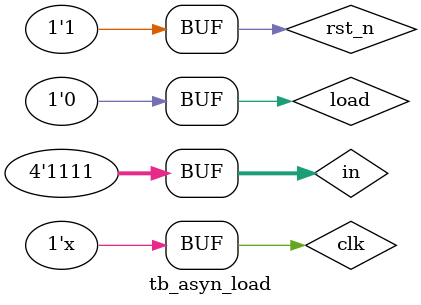
<source format=v>
module tb_asyn_load;
	reg rst_n;
	reg load;
	reg [3:0] in;
	reg clk;
	
	wire [3:0] out;

asyn_load uut(
	.rst_n(rst_n),
	.load(load),
	.in(in),
	.clk(clk),
	.out(out)
);

initial begin
	clk = 0;
	rst_n = 1;
	load = 0;
	in = 4'h0;
#100
	rst_n = 0;
	in = 4'h2;
#200
	rst_n = 1;
#100
    in = 4'hA;
#100
	load = 1;
#100
	load = 0;
#50
    in = 4'hC;
#225
    in = 4'hF;
#25
	load = 1;
#100
	load = 0;
end

always begin
#50
	clk = ~clk;
end

endmodule

</source>
